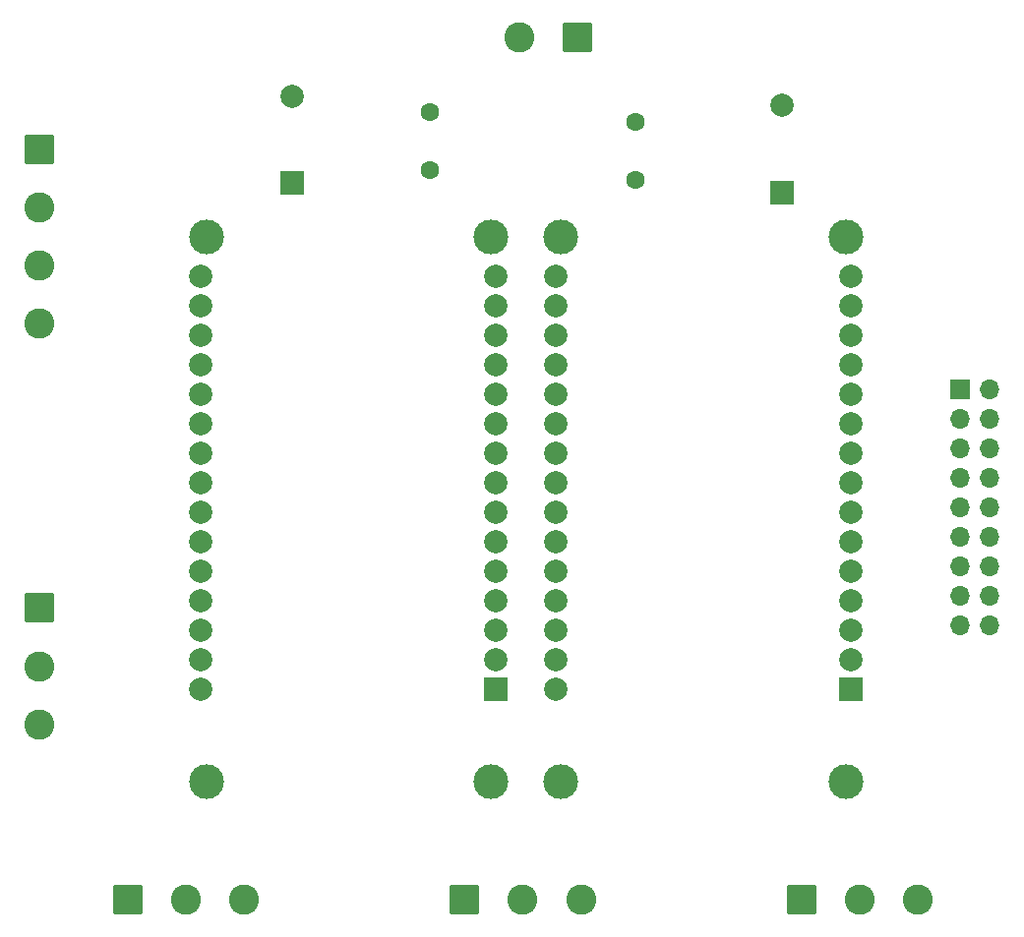
<source format=gbr>
%TF.GenerationSoftware,KiCad,Pcbnew,9.0.0*%
%TF.CreationDate,2025-03-24T12:51:38-05:00*%
%TF.ProjectId,DIIN-proyecto,4449494e-2d70-4726-9f79-6563746f2e6b,rev?*%
%TF.SameCoordinates,Original*%
%TF.FileFunction,Soldermask,Bot*%
%TF.FilePolarity,Negative*%
%FSLAX46Y46*%
G04 Gerber Fmt 4.6, Leading zero omitted, Abs format (unit mm)*
G04 Created by KiCad (PCBNEW 9.0.0) date 2025-03-24 12:51:38*
%MOMM*%
%LPD*%
G01*
G04 APERTURE LIST*
G04 Aperture macros list*
%AMRoundRect*
0 Rectangle with rounded corners*
0 $1 Rounding radius*
0 $2 $3 $4 $5 $6 $7 $8 $9 X,Y pos of 4 corners*
0 Add a 4 corners polygon primitive as box body*
4,1,4,$2,$3,$4,$5,$6,$7,$8,$9,$2,$3,0*
0 Add four circle primitives for the rounded corners*
1,1,$1+$1,$2,$3*
1,1,$1+$1,$4,$5*
1,1,$1+$1,$6,$7*
1,1,$1+$1,$8,$9*
0 Add four rect primitives between the rounded corners*
20,1,$1+$1,$2,$3,$4,$5,0*
20,1,$1+$1,$4,$5,$6,$7,0*
20,1,$1+$1,$6,$7,$8,$9,0*
20,1,$1+$1,$8,$9,$2,$3,0*%
G04 Aperture macros list end*
%ADD10R,1.700000X1.700000*%
%ADD11O,1.700000X1.700000*%
%ADD12C,1.600000*%
%ADD13R,2.000000X2.000000*%
%ADD14C,2.000000*%
%ADD15C,3.000000*%
%ADD16RoundRect,0.250000X-1.050000X1.050000X-1.050000X-1.050000X1.050000X-1.050000X1.050000X1.050000X0*%
%ADD17C,2.600000*%
%ADD18RoundRect,0.250000X1.050000X1.050000X-1.050000X1.050000X-1.050000X-1.050000X1.050000X-1.050000X0*%
%ADD19RoundRect,0.250000X-1.050000X-1.050000X1.050000X-1.050000X1.050000X1.050000X-1.050000X1.050000X0*%
G04 APERTURE END LIST*
D10*
%TO.C,J1*%
X186049800Y-89174100D03*
D11*
X188589800Y-89174100D03*
X186049800Y-91714100D03*
X188589800Y-91714100D03*
X186049800Y-94254100D03*
X188589800Y-94254100D03*
X186049800Y-96794100D03*
X188589800Y-96794100D03*
X186049800Y-99334100D03*
X188589800Y-99334100D03*
X186049800Y-101874100D03*
X188589800Y-101874100D03*
X186049800Y-104414100D03*
X188589800Y-104414100D03*
X186049800Y-106954100D03*
X188589800Y-106954100D03*
X186049800Y-109494100D03*
X188589800Y-109494100D03*
%TD*%
D12*
%TO.C,C6*%
X158089800Y-71134100D03*
X158089800Y-66134100D03*
%TD*%
%TO.C,C4*%
X140389800Y-70334100D03*
X140389800Y-65334100D03*
%TD*%
D13*
%TO.C,C3*%
X128552300Y-71451700D03*
D14*
X128552300Y-63951700D03*
%TD*%
D13*
%TO.C,C5*%
X170689800Y-72251700D03*
D14*
X170689800Y-64751700D03*
%TD*%
D15*
%TO.C,U6*%
X176197300Y-123009100D03*
X176197300Y-76059100D03*
X151687300Y-123009100D03*
X151687300Y-76059100D03*
D13*
X176617300Y-115049100D03*
D14*
X176617300Y-112509100D03*
X176617300Y-109969100D03*
X176617300Y-107429100D03*
X176617300Y-104889100D03*
X176617300Y-102349100D03*
X176617300Y-99809100D03*
X176617300Y-97269100D03*
X176617300Y-94729100D03*
X176617300Y-92189100D03*
X176617300Y-89649100D03*
X176617300Y-87109100D03*
X176617300Y-84569100D03*
X176617300Y-82029100D03*
X176617300Y-79489100D03*
X151217300Y-79489100D03*
X151217300Y-82029100D03*
X151217300Y-84569100D03*
X151217300Y-87109100D03*
X151217300Y-89649100D03*
X151217300Y-92189100D03*
X151217300Y-94729100D03*
X151217300Y-97269100D03*
X151217300Y-99809100D03*
X151217300Y-102349100D03*
X151217300Y-104889100D03*
X151217300Y-107429100D03*
X151217300Y-109969100D03*
X151217300Y-112509100D03*
X151217300Y-115049100D03*
%TD*%
D15*
%TO.C,U8*%
X145642300Y-123009100D03*
X145642300Y-76059100D03*
X121132300Y-123009100D03*
X121132300Y-76059100D03*
D13*
X146062300Y-115049100D03*
D14*
X146062300Y-112509100D03*
X146062300Y-109969100D03*
X146062300Y-107429100D03*
X146062300Y-104889100D03*
X146062300Y-102349100D03*
X146062300Y-99809100D03*
X146062300Y-97269100D03*
X146062300Y-94729100D03*
X146062300Y-92189100D03*
X146062300Y-89649100D03*
X146062300Y-87109100D03*
X146062300Y-84569100D03*
X146062300Y-82029100D03*
X146062300Y-79489100D03*
X120662300Y-79489100D03*
X120662300Y-82029100D03*
X120662300Y-84569100D03*
X120662300Y-87109100D03*
X120662300Y-89649100D03*
X120662300Y-92189100D03*
X120662300Y-94729100D03*
X120662300Y-97269100D03*
X120662300Y-99809100D03*
X120662300Y-102349100D03*
X120662300Y-104889100D03*
X120662300Y-107429100D03*
X120662300Y-109969100D03*
X120662300Y-112509100D03*
X120662300Y-115049100D03*
%TD*%
D16*
%TO.C,J14*%
X106789800Y-108034100D03*
D17*
X106789800Y-113034100D03*
X106789800Y-118034100D03*
%TD*%
D18*
%TO.C,J7*%
X153089800Y-58893800D03*
D17*
X148089800Y-58893800D03*
%TD*%
D19*
%TO.C,J11*%
X114389800Y-133134100D03*
D17*
X119389800Y-133134100D03*
X124389800Y-133134100D03*
%TD*%
D16*
%TO.C,J9*%
X106789800Y-68534100D03*
D17*
X106789800Y-73534100D03*
X106789800Y-78534100D03*
X106789800Y-83534100D03*
%TD*%
D19*
%TO.C,J13*%
X143389800Y-133134100D03*
D17*
X148389800Y-133134100D03*
X153389800Y-133134100D03*
%TD*%
D19*
%TO.C,J12*%
X172389800Y-133134100D03*
D17*
X177389800Y-133134100D03*
X182389800Y-133134100D03*
%TD*%
M02*

</source>
